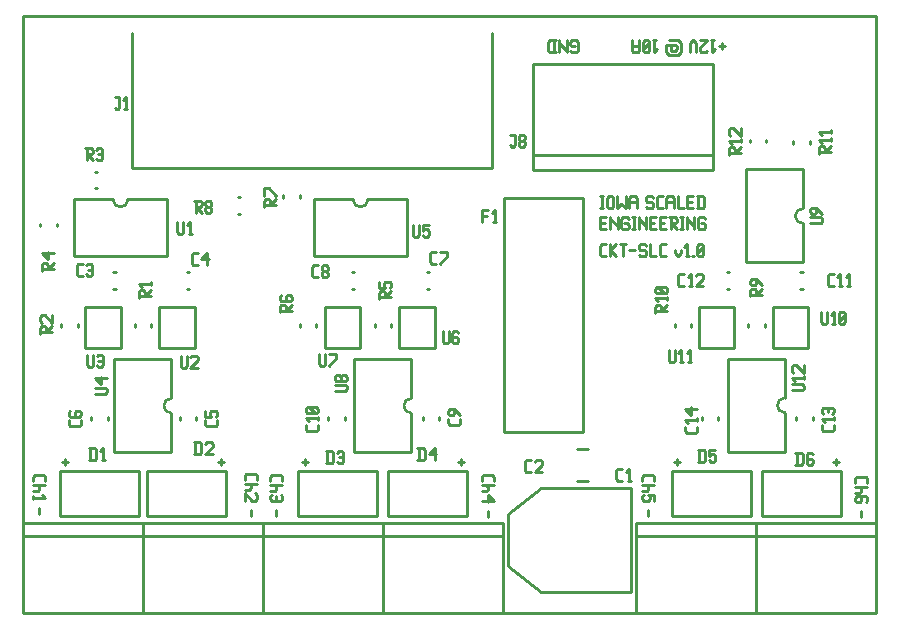
<source format=gbr>
G04 start of page 8 for group -4079 idx -4079 *
G04 Title: (unknown), topsilk *
G04 Creator: pcb 20110918 *
G04 CreationDate: Tue 11 Feb 2014 10:14:15 PM GMT UTC *
G04 For: ndholmes *
G04 Format: Gerber/RS-274X *
G04 PCB-Dimensions: 285500 200000 *
G04 PCB-Coordinate-Origin: lower left *
%MOIN*%
%FSLAX25Y25*%
%LNTOPSILK*%
%ADD78C,0.0100*%
G54D78*X500Y500D02*X284500D01*
Y199500D02*X500D01*
Y500D01*
X284988D02*Y199500D01*
X282500D02*X285000D01*
X283000Y500D02*X285000D01*
X145500Y51000D02*X147500D01*
X146500Y52000D02*Y50000D01*
X93500Y51000D02*X95500D01*
X94500Y52000D02*Y50000D01*
X153500Y46000D02*Y44500D01*
X154000Y46500D02*X153500Y46000D01*
X154000Y46500D02*X157000D01*
X157500Y46000D01*
Y44500D01*
X153500Y43300D02*X157500D01*
X155000D02*X155500Y42800D01*
Y41800D01*
X155000Y41300D01*
X153500D02*X155000D01*
X155500Y40100D02*X157500Y38100D01*
X155500Y40100D02*Y37600D01*
X153500Y38100D02*X157500D01*
X155500Y34600D02*Y32600D01*
X193000Y130500D02*X194500D01*
X193000Y128500D02*X195000D01*
X193000Y132500D02*Y128500D01*
Y132500D02*X195000D01*
X196200D02*Y128500D01*
Y132500D02*Y132000D01*
X198700Y129500D01*
Y132500D02*Y128500D01*
X201900Y132500D02*X202400Y132000D01*
X200400Y132500D02*X201900D01*
X199900Y132000D02*X200400Y132500D01*
X199900Y132000D02*Y129000D01*
X200400Y128500D01*
X201900D01*
X202400Y129000D01*
Y130000D02*Y129000D01*
X201900Y130500D02*X202400Y130000D01*
X200900Y130500D02*X201900D01*
X203600Y132500D02*X204600D01*
X204100D02*Y128500D01*
X203600D02*X204600D01*
X205800Y132500D02*Y128500D01*
Y132500D02*Y132000D01*
X208300Y129500D01*
Y132500D02*Y128500D01*
X209500Y130500D02*X211000D01*
X209500Y128500D02*X211500D01*
X209500Y132500D02*Y128500D01*
Y132500D02*X211500D01*
X212700Y130500D02*X214200D01*
X212700Y128500D02*X214700D01*
X212700Y132500D02*Y128500D01*
Y132500D02*X214700D01*
X215900D02*X217900D01*
X218400Y132000D01*
Y131000D01*
X217900Y130500D02*X218400Y131000D01*
X216400Y130500D02*X217900D01*
X216400Y132500D02*Y128500D01*
Y130500D02*X218400Y128500D01*
X219600Y132500D02*X220600D01*
X220100D02*Y128500D01*
X219600D02*X220600D01*
X221800Y132500D02*Y128500D01*
Y132500D02*Y132000D01*
X224300Y129500D01*
Y132500D02*Y128500D01*
X227500Y132500D02*X228000Y132000D01*
X226000Y132500D02*X227500D01*
X225500Y132000D02*X226000Y132500D01*
X225500Y132000D02*Y129000D01*
X226000Y128500D01*
X227500D01*
X228000Y129000D01*
Y130000D02*Y129000D01*
X227500Y130500D02*X228000Y130000D01*
X226500Y130500D02*X227500D01*
X193000Y139500D02*X194000D01*
X193500D02*Y135500D01*
X193000D02*X194000D01*
X195200Y139000D02*Y136000D01*
Y139000D02*X195700Y139500D01*
X196700D01*
X197200Y139000D01*
Y136000D01*
X196700Y135500D02*X197200Y136000D01*
X195700Y135500D02*X196700D01*
X195200Y136000D02*X195700Y135500D01*
X198400Y139500D02*Y135500D01*
X199900Y137000D01*
X201400Y135500D01*
Y139500D02*Y135500D01*
X202600Y139000D02*Y135500D01*
Y139000D02*X203100Y139500D01*
X204600D01*
X205100Y139000D01*
Y135500D01*
X202600Y137500D02*X205100D01*
X210100Y139500D02*X210600Y139000D01*
X208600Y139500D02*X210100D01*
X208100Y139000D02*X208600Y139500D01*
X208100Y139000D02*Y138000D01*
X208600Y137500D01*
X210100D01*
X210600Y137000D01*
Y136000D01*
X210100Y135500D02*X210600Y136000D01*
X208600Y135500D02*X210100D01*
X208100Y136000D02*X208600Y135500D01*
X212300D02*X213800D01*
X211800Y136000D02*X212300Y135500D01*
X211800Y139000D02*Y136000D01*
Y139000D02*X212300Y139500D01*
X213800D01*
X215000Y139000D02*Y135500D01*
Y139000D02*X215500Y139500D01*
X217000D01*
X217500Y139000D01*
Y135500D01*
X215000Y137500D02*X217500D01*
X218700Y139500D02*Y135500D01*
X220700D01*
X221900Y137500D02*X223400D01*
X221900Y135500D02*X223900D01*
X221900Y139500D02*Y135500D01*
Y139500D02*X223900D01*
X225600D02*Y135500D01*
X227100Y139500D02*X227600Y139000D01*
Y136000D01*
X227100Y135500D02*X227600Y136000D01*
X225100Y135500D02*X227100D01*
X225100Y139500D02*X227100D01*
X183500Y187500D02*X183000Y188000D01*
X183500Y187500D02*X185000D01*
X185500Y188000D02*X185000Y187500D01*
X185500Y191000D02*Y188000D01*
Y191000D02*X185000Y191500D01*
X183500D02*X185000D01*
X183500D02*X183000Y191000D01*
Y190000D01*
X183500Y189500D02*X183000Y190000D01*
X183500Y189500D02*X184500D01*
X181800Y191500D02*Y187500D01*
Y188000D02*Y187500D01*
Y188000D02*X179300Y190500D01*
Y191500D02*Y187500D01*
X177600Y191500D02*Y187500D01*
X176100D02*X175600Y188000D01*
Y191000D02*Y188000D01*
X176100Y191500D02*X175600Y191000D01*
X176100Y191500D02*X178100D01*
X176100Y187500D02*X178100D01*
X193500Y119500D02*X195000D01*
X193000Y120000D02*X193500Y119500D01*
X193000Y123000D02*Y120000D01*
Y123000D02*X193500Y123500D01*
X195000D01*
X196200D02*Y119500D01*
Y121500D02*X198200Y123500D01*
X196200Y121500D02*X198200Y119500D01*
X199400Y123500D02*X201400D01*
X200400D02*Y119500D01*
X202600Y121500D02*X204600D01*
X207800Y123500D02*X208300Y123000D01*
X206300Y123500D02*X207800D01*
X205800Y123000D02*X206300Y123500D01*
X205800Y123000D02*Y122000D01*
X206300Y121500D01*
X207800D01*
X208300Y121000D01*
Y120000D01*
X207800Y119500D02*X208300Y120000D01*
X206300Y119500D02*X207800D01*
X205800Y120000D02*X206300Y119500D01*
X209500Y123500D02*Y119500D01*
X211500D01*
X213200D02*X214700D01*
X212700Y120000D02*X213200Y119500D01*
X212700Y123000D02*Y120000D01*
Y123000D02*X213200Y123500D01*
X214700D01*
X217700Y121500D02*Y120500D01*
X218700Y119500D01*
X219700Y120500D01*
Y121500D02*Y120500D01*
X221400Y119500D02*X222400D01*
X221900Y123500D02*Y119500D01*
X220900Y122500D02*X221900Y123500D01*
X223600Y119500D02*X224100D01*
X225300Y120000D02*X225800Y119500D01*
X225300Y123000D02*Y120000D01*
Y123000D02*X225800Y123500D01*
X226800D01*
X227300Y123000D01*
Y120000D01*
X226800Y119500D02*X227300Y120000D01*
X225800Y119500D02*X226800D01*
X225300Y120500D02*X227300Y122500D01*
X232500Y189500D02*X234500D01*
X233500Y190500D02*Y188500D01*
X229800Y191500D02*X230800D01*
X230300D02*Y187500D01*
X231300Y188500D02*X230300Y187500D01*
X228600Y188000D02*X228100Y187500D01*
X226600D02*X228100D01*
X226600D02*X226100Y188000D01*
Y189000D02*Y188000D01*
X228600Y191500D02*X226100Y189000D01*
Y191500D02*X228600D01*
X224900Y190500D02*Y187500D01*
Y190500D02*X223900Y191500D01*
X222900Y190500D01*
Y187500D01*
X219900Y190500D02*Y187500D01*
Y190500D02*X218900Y191500D01*
X215900D02*X218900D01*
X214900Y190000D02*Y187500D01*
X215900Y186500D01*
X218900D01*
X219900Y187500D01*
X218400Y189500D02*Y188500D01*
Y189500D02*X217900Y190000D01*
X216900D02*X217900D01*
X216900D02*X216400Y189500D01*
X215900Y190000D01*
X216400Y189500D02*Y188000D01*
Y188500D02*X216900Y188000D01*
X217900D01*
X218400Y188500D01*
X214900Y190000D02*X215900D01*
X210400Y191500D02*X211400D01*
X210900D02*Y187500D01*
X211900Y188500D02*X210900Y187500D01*
X209200Y191000D02*X208700Y191500D01*
X209200Y191000D02*Y188000D01*
X208700Y187500D01*
X207700D02*X208700D01*
X207700D02*X207200Y188000D01*
Y191000D02*Y188000D01*
X207700Y191500D02*X207200Y191000D01*
X207700Y191500D02*X208700D01*
X209200Y190500D02*X207200Y188500D01*
X206000Y191500D02*Y188000D01*
X205500Y187500D01*
X204000D02*X205500D01*
X204000D02*X203500Y188000D01*
Y191500D02*Y188000D01*
Y189500D02*X206000D01*
X217500Y51000D02*X219500D01*
X218500Y52000D02*Y50000D01*
X207000Y46000D02*Y44500D01*
X207500Y46500D02*X207000Y46000D01*
X207500Y46500D02*X210500D01*
X211000Y46000D01*
Y44500D01*
X207000Y43300D02*X211000D01*
X208500D02*X209000Y42800D01*
Y41800D01*
X208500Y41300D01*
X207000D02*X208500D01*
X211000Y40100D02*Y38100D01*
X209000Y40100D02*X211000D01*
X209000D02*X209500Y39600D01*
Y38600D01*
X209000Y38100D01*
X207500D02*X209000D01*
X207000Y38600D02*X207500Y38100D01*
X207000Y39600D02*Y38600D01*
X207500Y40100D02*X207000Y39600D01*
X209000Y35100D02*Y33100D01*
X65500Y51000D02*X67500D01*
X66500Y52000D02*Y50000D01*
X83000Y46000D02*Y44500D01*
X83500Y46500D02*X83000Y46000D01*
X83500Y46500D02*X86500D01*
X87000Y46000D01*
Y44500D01*
X83000Y43300D02*X87000D01*
X84500D02*X85000Y42800D01*
Y41800D01*
X84500Y41300D01*
X83000D02*X84500D01*
X86500Y40100D02*X87000Y39600D01*
Y38600D01*
X86500Y38100D01*
X83500D02*X86500D01*
X83000Y38600D02*X83500Y38100D01*
X83000Y39600D02*Y38600D01*
X83500Y40100D02*X83000Y39600D01*
X85000D02*Y38100D01*
Y35100D02*Y33100D01*
X74500Y46500D02*Y45000D01*
X75000Y47000D02*X74500Y46500D01*
X75000Y47000D02*X78000D01*
X78500Y46500D01*
Y45000D01*
X74500Y43800D02*X78500D01*
X76000D02*X76500Y43300D01*
Y42300D01*
X76000Y41800D01*
X74500D02*X76000D01*
X78000Y40600D02*X78500Y40100D01*
Y38600D01*
X78000Y38100D01*
X77000D02*X78000D01*
X74500Y40600D02*X77000Y38100D01*
X74500Y40600D02*Y38100D01*
X76500Y35100D02*Y33100D01*
X13500Y51000D02*X15500D01*
X14500Y52000D02*Y50000D01*
X4000Y46000D02*Y44500D01*
X4500Y46500D02*X4000Y46000D01*
X4500Y46500D02*X7500D01*
X8000Y46000D01*
Y44500D01*
X4000Y43300D02*X8000D01*
X5500D02*X6000Y42800D01*
Y41800D01*
X5500Y41300D01*
X4000D02*X5500D01*
X4000Y39600D02*Y38600D01*
Y39100D02*X8000D01*
X7000Y40100D02*X8000Y39100D01*
X6000Y35600D02*Y33600D01*
X270500Y51000D02*X272500D01*
X271500Y52000D02*Y50000D01*
X278000Y45500D02*Y44000D01*
X278500Y46000D02*X278000Y45500D01*
X278500Y46000D02*X281500D01*
X282000Y45500D01*
Y44000D01*
X278000Y42800D02*X282000D01*
X279500D02*X280000Y42300D01*
Y41300D01*
X279500Y40800D01*
X278000D02*X279500D01*
X282000Y38100D02*X281500Y37600D01*
X282000Y39100D02*Y38100D01*
X281500Y39600D02*X282000Y39100D01*
X278500Y39600D02*X281500D01*
X278500D02*X278000Y39100D01*
X280000Y38100D02*X279500Y37600D01*
X280000Y39600D02*Y38100D01*
X278000Y39100D02*Y38100D01*
X278500Y37600D01*
X279500D01*
X280000Y34600D02*Y32600D01*
X72107Y133745D02*X72893D01*
X72107Y139255D02*X72893D01*
X6245Y130393D02*Y129607D01*
X11755Y130393D02*Y129607D01*
X24564Y147755D02*X25350D01*
X24564Y142245D02*X25350D01*
X110107Y114255D02*X110893D01*
X110107Y108745D02*X110893D01*
X135107Y114255D02*X135893D01*
X135107Y108745D02*X135893D01*
X111000Y85250D02*X130000D01*
X111000D02*Y54250D01*
X130000D01*
Y85250D02*Y72250D01*
Y67250D02*Y54250D01*
Y72250D02*G75*G03X130000Y67250I0J-2500D01*G01*
X160750Y139000D02*Y61000D01*
X187250Y139000D02*Y61000D01*
X160750Y139000D02*X187250D01*
X160750Y61000D02*X187250D01*
X13245Y96936D02*Y96150D01*
X18755Y96936D02*Y96150D01*
X31000Y85250D02*X50000D01*
X31000D02*Y54250D01*
X50000D01*
Y85250D02*Y72250D01*
Y67250D02*Y54250D01*
Y72250D02*G75*G03X50000Y67250I0J-2500D01*G01*
X45950Y102800D02*Y88900D01*
X57750D01*
Y102800D02*Y88900D01*
X45950Y102800D02*X57750D01*
X28755Y65893D02*Y65107D01*
X23245Y65893D02*Y65107D01*
X21300Y102800D02*Y88900D01*
X33100D01*
Y102800D02*Y88900D01*
X21300Y102800D02*X33100D01*
X37745Y96850D02*Y96064D01*
X43255Y96850D02*Y96064D01*
X17500Y138500D02*Y119500D01*
X48500D01*
Y138500D02*Y119500D01*
X17500Y138500D02*X30500D01*
X35500D02*X48500D01*
X30500D02*G75*G03X35500Y138500I2500J0D01*G01*
X55064Y114255D02*X55850D01*
X55064Y108745D02*X55850D01*
X30607Y114255D02*X31393D01*
X30607Y108745D02*X31393D01*
X97500Y138500D02*Y119500D01*
X128500D01*
Y138500D01*
X97500D02*X110500D01*
X128500D02*X115500D01*
X110500D02*G75*G03X115500Y138500I2500J0D01*G01*
X37000Y194000D02*Y149000D01*
X157000Y194000D02*Y149000D01*
X37000D02*X157000D01*
X87245Y139893D02*Y139107D01*
X92755Y139893D02*Y139107D01*
X217745Y96893D02*Y96107D01*
X223255Y96893D02*Y96107D01*
X232255Y65893D02*Y65107D01*
X226745Y65893D02*Y65107D01*
X225700Y102800D02*Y88900D01*
X237500D01*
Y102800D02*Y88900D01*
X225700Y102800D02*X237500D01*
X235500Y85400D02*X254500D01*
X235500D02*Y54400D01*
X254500D01*
Y85400D02*Y72400D01*
Y67400D02*Y54400D01*
Y72400D02*G75*G03X254500Y67400I0J-2500D01*G01*
X216812Y47980D02*X243188D01*
Y33020D01*
X216812D02*X243188D01*
X216812Y47980D02*Y33020D01*
X242288Y96850D02*Y96064D01*
X247798Y96850D02*Y96064D01*
X259607Y114255D02*X260393D01*
X259607Y108745D02*X260393D01*
X263755Y65936D02*Y65150D01*
X258245Y65936D02*Y65150D01*
X250500Y102800D02*Y88900D01*
X262300D01*
Y102800D02*Y88900D01*
X250500Y102800D02*X262300D01*
X246812Y33020D02*X273188D01*
X246812Y47980D02*Y33020D01*
Y47980D02*X273188D01*
Y33020D01*
X245000Y700D02*X285000D01*
X245000Y30700D02*X285000D01*
X245000Y26300D02*X285000D01*
X245000Y30700D02*Y700D01*
X285000Y30700D02*Y700D01*
X205000D02*X245000D01*
X205000Y30700D02*X245000D01*
X205000Y26300D02*X245000D01*
X205000Y30700D02*Y700D01*
X245000Y30700D02*Y700D01*
X139255Y65893D02*Y65107D01*
X133745Y65893D02*Y65107D01*
X92312Y47980D02*X118688D01*
Y33020D01*
X92312D02*X118688D01*
X92312Y47980D02*Y33020D01*
X107755Y65893D02*Y65107D01*
X102245Y65893D02*Y65107D01*
X148688Y33020D02*X122312D01*
Y47980D01*
X148688D01*
Y33020D01*
X500Y700D02*X40500D01*
X500Y30700D02*X40500D01*
X500Y26300D02*X40500D01*
X500Y30700D02*Y700D01*
X40500Y30700D02*Y700D01*
X12812Y47980D02*X39188D01*
Y33020D01*
X12812D02*X39188D01*
X12812Y47980D02*Y33020D01*
X68188D02*X41812D01*
Y47980D01*
X68188D01*
Y33020D01*
X40500Y700D02*X80500D01*
X40500Y30700D02*X80500D01*
X40500Y26300D02*X80500D01*
X40500Y30700D02*Y700D01*
X80500Y30700D02*Y700D01*
X58255Y65893D02*Y65107D01*
X52745Y65893D02*Y65107D01*
X92831Y96850D02*Y96064D01*
X98341Y96850D02*Y96064D01*
X101200Y102800D02*Y88900D01*
X113000D01*
Y102800D02*Y88900D01*
X101200Y102800D02*X113000D01*
X125950D02*Y88900D01*
X137750D01*
Y102800D02*Y88900D01*
X125950Y102800D02*X137750D01*
X117745Y96936D02*Y96150D01*
X123255Y96936D02*Y96150D01*
X80500Y700D02*X120500D01*
X80500Y30700D02*X120500D01*
X80500Y26300D02*X120500D01*
X80500Y30700D02*Y700D01*
X120500Y30700D02*Y700D01*
X160500D01*
X120500Y30700D02*X160500D01*
X120500Y26300D02*X160500D01*
X120500Y30700D02*Y700D01*
X160500Y30700D02*Y700D01*
X162350Y33600D02*X173250Y42300D01*
X203150D01*
Y7700D01*
X173250D02*X203150D01*
X173250D02*X162350Y16400D01*
Y33600D02*Y16400D01*
X185032Y55314D02*X188968D01*
X185032Y44686D02*X188968D01*
X235064Y114255D02*X235850D01*
X235064Y108745D02*X235850D01*
X241500Y148500D02*X260500D01*
X241500D02*Y117500D01*
X260500D01*
Y148500D02*Y135500D01*
Y130500D02*Y117500D01*
Y135500D02*G75*G03X260500Y130500I0J-2500D01*G01*
X242745Y158393D02*Y157607D01*
X248255Y158393D02*Y157607D01*
X257245Y157893D02*Y157107D01*
X262755Y157893D02*Y157107D01*
X170500Y183700D02*X230500D01*
X170500Y148300D02*X230500D01*
X170500Y153200D02*X230500D01*
Y183700D02*Y148300D01*
X170500Y183700D02*Y148300D01*
X57565Y138150D02*X59565D01*
X60065Y137650D01*
Y136650D01*
X59565Y136150D02*X60065Y136650D01*
X58065Y136150D02*X59565D01*
X58065Y138150D02*Y134150D01*
Y136150D02*X60065Y134150D01*
X61265Y134650D02*X61765Y134150D01*
X61265Y135650D02*Y134650D01*
Y135650D02*X61765Y136150D01*
X62765D01*
X63265Y135650D01*
Y134650D01*
X62765Y134150D02*X63265Y134650D01*
X61765Y134150D02*X62765D01*
X61265Y136650D02*X61765Y136150D01*
X61265Y137650D02*Y136650D01*
Y137650D02*X61765Y138150D01*
X62765D01*
X63265Y137650D01*
Y136650D01*
X62765Y136150D02*X63265Y136650D01*
X39100Y107793D02*Y105793D01*
Y107793D02*X39600Y108293D01*
X40600D01*
X41100Y107793D02*X40600Y108293D01*
X41100Y107793D02*Y106293D01*
X39100D02*X43100D01*
X41100D02*X43100Y108293D01*
Y110993D02*Y109993D01*
X39100Y110493D02*X43100D01*
X40100Y109493D02*X39100Y110493D01*
X52000Y131000D02*Y127500D01*
X52500Y127000D01*
X53500D01*
X54000Y127500D01*
Y131000D02*Y127500D01*
X55700Y127000D02*X56700D01*
X56200Y131000D02*Y127000D01*
X55200Y130000D02*X56200Y131000D01*
X57264Y116650D02*X58764D01*
X56764Y117150D02*X57264Y116650D01*
X56764Y120150D02*Y117150D01*
Y120150D02*X57264Y120650D01*
X58764D01*
X59964Y118650D02*X61964Y120650D01*
X59964Y118650D02*X62464D01*
X61964Y120650D02*Y116650D01*
X6350Y95678D02*Y93678D01*
Y95678D02*X6850Y96178D01*
X7850D01*
X8350Y95678D02*X7850Y96178D01*
X8350Y95678D02*Y94178D01*
X6350D02*X10350D01*
X8350D02*X10350Y96178D01*
X6850Y97378D02*X6350Y97878D01*
Y99378D02*Y97878D01*
Y99378D02*X6850Y99878D01*
X7850D01*
X10350Y97378D02*X7850Y99878D01*
X10350D02*Y97378D01*
X24500Y73750D02*X28000D01*
X28500Y74250D01*
Y75250D02*Y74250D01*
Y75250D02*X28000Y75750D01*
X24500D02*X28000D01*
X26500Y76950D02*X24500Y78950D01*
X26500Y79450D02*Y76950D01*
X24500Y78950D02*X28500D01*
X53050Y86400D02*Y82900D01*
X53550Y82400D01*
X54550D01*
X55050Y82900D01*
Y86400D02*Y82900D01*
X56250Y85900D02*X56750Y86400D01*
X58250D01*
X58750Y85900D01*
Y84900D01*
X56250Y82400D02*X58750Y84900D01*
X56250Y82400D02*X58750D01*
X21950Y86750D02*Y83250D01*
X22450Y82750D01*
X23450D01*
X23950Y83250D01*
Y86750D02*Y83250D01*
X25150Y86250D02*X25650Y86750D01*
X26650D01*
X27150Y86250D01*
Y83250D01*
X26650Y82750D02*X27150Y83250D01*
X25650Y82750D02*X26650D01*
X25150Y83250D02*X25650Y82750D01*
Y84750D02*X27150D01*
X65350Y64936D02*Y63436D01*
X64850Y62936D02*X65350Y63436D01*
X61850Y62936D02*X64850D01*
X61850D02*X61350Y63436D01*
Y64936D02*Y63436D01*
Y68136D02*Y66136D01*
X63350D01*
X62850Y66636D01*
Y67636D02*Y66636D01*
Y67636D02*X63350Y68136D01*
X64850D01*
X65350Y67636D02*X64850Y68136D01*
X65350Y67636D02*Y66636D01*
X64850Y66136D02*X65350Y66636D01*
X19850Y64850D02*Y63350D01*
X19350Y62850D02*X19850Y63350D01*
X16350Y62850D02*X19350D01*
X16350D02*X15850Y63350D01*
Y64850D02*Y63350D01*
Y67550D02*X16350Y68050D01*
X15850Y67550D02*Y66550D01*
X16350Y66050D02*X15850Y66550D01*
X16350Y66050D02*X19350D01*
X19850Y66550D01*
X17850Y67550D02*X18350Y68050D01*
X17850Y67550D02*Y66050D01*
X19850Y67550D02*Y66550D01*
Y67550D02*X19350Y68050D01*
X18350D02*X19350D01*
X31157Y172500D02*X32657D01*
Y169000D01*
X32157Y168500D02*X32657Y169000D01*
X31657Y168500D02*X32157D01*
X31157Y169000D02*X31657Y168500D01*
X34357D02*X35357D01*
X34857Y172500D02*Y168500D01*
X33857Y171500D02*X34857Y172500D01*
X6850Y116807D02*Y114807D01*
Y116807D02*X7350Y117307D01*
X8350D01*
X8850Y116807D02*X8350Y117307D01*
X8850Y116807D02*Y115307D01*
X6850D02*X10850D01*
X8850D02*X10850Y117307D01*
X8850Y118507D02*X6850Y120507D01*
X8850Y121007D02*Y118507D01*
X6850Y120507D02*X10850D01*
X21264Y155650D02*X23264D01*
X23764Y155150D01*
Y154150D01*
X23264Y153650D02*X23764Y154150D01*
X21764Y153650D02*X23264D01*
X21764Y155650D02*Y151650D01*
Y153650D02*X23764Y151650D01*
X24964Y155150D02*X25464Y155650D01*
X26464D01*
X26964Y155150D01*
Y152150D01*
X26464Y151650D02*X26964Y152150D01*
X25464Y151650D02*X26464D01*
X24964Y152150D02*X25464Y151650D01*
Y153650D02*X26964D01*
X18893Y113150D02*X20393D01*
X18393Y113650D02*X18893Y113150D01*
X18393Y116650D02*Y113650D01*
Y116650D02*X18893Y117150D01*
X20393D01*
X21593Y116650D02*X22093Y117150D01*
X23093D01*
X23593Y116650D01*
Y113650D01*
X23093Y113150D02*X23593Y113650D01*
X22093Y113150D02*X23093D01*
X21593Y113650D02*X22093Y113150D01*
Y115150D02*X23593D01*
X211350Y102807D02*Y100807D01*
Y102807D02*X211850Y103307D01*
X212850D01*
X213350Y102807D02*X212850Y103307D01*
X213350Y102807D02*Y101307D01*
X211350D02*X215350D01*
X213350D02*X215350Y103307D01*
Y106007D02*Y105007D01*
X211350Y105507D02*X215350D01*
X212350Y104507D02*X211350Y105507D01*
X214850Y107207D02*X215350Y107707D01*
X211850Y107207D02*X214850D01*
X211850D02*X211350Y107707D01*
Y108707D02*Y107707D01*
Y108707D02*X211850Y109207D01*
X214850D01*
X215350Y108707D02*X214850Y109207D01*
X215350Y108707D02*Y107707D01*
X214350Y107207D02*X212350Y109207D01*
X242893Y108264D02*Y106264D01*
Y108264D02*X243393Y108764D01*
X244393D01*
X244893Y108264D02*X244393Y108764D01*
X244893Y108264D02*Y106764D01*
X242893D02*X246893D01*
X244893D02*X246893Y108764D01*
Y109964D02*X244893Y111964D01*
X243393D02*X244893D01*
X242893Y111464D02*X243393Y111964D01*
X242893Y111464D02*Y110464D01*
X243393Y109964D02*X242893Y110464D01*
X243393Y109964D02*X244393D01*
X244893Y110464D01*
Y111964D02*Y110464D01*
X215800Y88300D02*Y84800D01*
X216300Y84300D01*
X217300D01*
X217800Y84800D01*
Y88300D02*Y84800D01*
X219500Y84300D02*X220500D01*
X220000Y88300D02*Y84300D01*
X219000Y87300D02*X220000Y88300D01*
X222200Y84300D02*X223200D01*
X222700Y88300D02*Y84300D01*
X221700Y87300D02*X222700Y88300D01*
X225350Y62807D02*Y61307D01*
X224850Y60807D02*X225350Y61307D01*
X221850Y60807D02*X224850D01*
X221850D02*X221350Y61307D01*
Y62807D02*Y61307D01*
X225350Y65507D02*Y64507D01*
X221350Y65007D02*X225350D01*
X222350Y64007D02*X221350Y65007D01*
X223350Y66707D02*X221350Y68707D01*
X223350Y69207D02*Y66707D01*
X221350Y68707D02*X225350D01*
X269307Y109650D02*X270807D01*
X268807Y110150D02*X269307Y109650D01*
X268807Y113150D02*Y110150D01*
Y113150D02*X269307Y113650D01*
X270807D01*
X272507Y109650D02*X273507D01*
X273007Y113650D02*Y109650D01*
X272007Y112650D02*X273007Y113650D01*
X275207Y109650D02*X276207D01*
X275707Y113650D02*Y109650D01*
X274707Y112650D02*X275707Y113650D01*
X270850Y63264D02*Y61764D01*
X270350Y61264D02*X270850Y61764D01*
X267350Y61264D02*X270350D01*
X267350D02*X266850Y61764D01*
Y63264D02*Y61764D01*
X270850Y65964D02*Y64964D01*
X266850Y65464D02*X270850D01*
X267850Y64464D02*X266850Y65464D01*
X267350Y67164D02*X266850Y67664D01*
Y68664D02*Y67664D01*
Y68664D02*X267350Y69164D01*
X270350D01*
X270850Y68664D02*X270350Y69164D01*
X270850Y68664D02*Y67664D01*
X270350Y67164D02*X270850Y67664D01*
X268850Y69164D02*Y67664D01*
X256800Y74900D02*X260300D01*
X260800Y75400D01*
Y76400D02*Y75400D01*
Y76400D02*X260300Y76900D01*
X256800D02*X260300D01*
X260800Y79600D02*Y78600D01*
X256800Y79100D02*X260800D01*
X257800Y78100D02*X256800Y79100D01*
X257300Y80800D02*X256800Y81300D01*
Y82800D02*Y81300D01*
Y82800D02*X257300Y83300D01*
X258300D01*
X260800Y80800D02*X258300Y83300D01*
X260800D02*Y80800D01*
X266600Y101000D02*Y97500D01*
X267100Y97000D01*
X268100D01*
X268600Y97500D01*
Y101000D02*Y97500D01*
X270300Y97000D02*X271300D01*
X270800Y101000D02*Y97000D01*
X269800Y100000D02*X270800Y101000D01*
X272500Y97500D02*X273000Y97000D01*
X272500Y100500D02*Y97500D01*
Y100500D02*X273000Y101000D01*
X274000D01*
X274500Y100500D01*
Y97500D01*
X274000Y97000D02*X274500Y97500D01*
X273000Y97000D02*X274000D01*
X272500Y98000D02*X274500Y100000D01*
X198850Y44800D02*X200350D01*
X198350Y45300D02*X198850Y44800D01*
X198350Y48300D02*Y45300D01*
Y48300D02*X198850Y48800D01*
X200350D01*
X202050Y44800D02*X203050D01*
X202550Y48800D02*Y44800D01*
X201550Y47800D02*X202550Y48800D01*
X226000Y55000D02*Y51000D01*
X227500Y55000D02*X228000Y54500D01*
Y51500D01*
X227500Y51000D02*X228000Y51500D01*
X225500Y51000D02*X227500D01*
X225500Y55000D02*X227500D01*
X229200D02*X231200D01*
X229200D02*Y53000D01*
X229700Y53500D01*
X230700D01*
X231200Y53000D01*
Y51500D01*
X230700Y51000D02*X231200Y51500D01*
X229700Y51000D02*X230700D01*
X229200Y51500D02*X229700Y51000D01*
X219350Y109650D02*X220850D01*
X218850Y110150D02*X219350Y109650D01*
X218850Y113150D02*Y110150D01*
Y113150D02*X219350Y113650D01*
X220850D01*
X222550Y109650D02*X223550D01*
X223050Y113650D02*Y109650D01*
X222050Y112650D02*X223050Y113650D01*
X224750Y113150D02*X225250Y113650D01*
X226750D01*
X227250Y113150D01*
Y112150D01*
X224750Y109650D02*X227250Y112150D01*
X224750Y109650D02*X227250D01*
X235764Y155350D02*Y153350D01*
Y155350D02*X236264Y155850D01*
X237264D01*
X237764Y155350D02*X237264Y155850D01*
X237764Y155350D02*Y153850D01*
X235764D02*X239764D01*
X237764D02*X239764Y155850D01*
Y158550D02*Y157550D01*
X235764Y158050D02*X239764D01*
X236764Y157050D02*X235764Y158050D01*
X236264Y159750D02*X235764Y160250D01*
Y161750D02*Y160250D01*
Y161750D02*X236264Y162250D01*
X237264D01*
X239764Y159750D02*X237264Y162250D01*
X239764D02*Y159750D01*
X258500Y54000D02*Y50000D01*
X260000Y54000D02*X260500Y53500D01*
Y50500D01*
X260000Y50000D02*X260500Y50500D01*
X258000Y50000D02*X260000D01*
X258000Y54000D02*X260000D01*
X263200D02*X263700Y53500D01*
X262200Y54000D02*X263200D01*
X261700Y53500D02*X262200Y54000D01*
X261700Y53500D02*Y50500D01*
X262200Y50000D01*
X263200Y52000D02*X263700Y51500D01*
X261700Y52000D02*X263200D01*
X262200Y50000D02*X263200D01*
X263700Y50500D01*
Y51500D02*Y50500D01*
X263000Y130500D02*X266500D01*
X267000Y131000D01*
Y132000D02*Y131000D01*
Y132000D02*X266500Y132500D01*
X263000D02*X266500D01*
X267000Y133700D02*X265000Y135700D01*
X263500D02*X265000D01*
X263000Y135200D02*X263500Y135700D01*
X263000Y135200D02*Y134200D01*
X263500Y133700D02*X263000Y134200D01*
X263500Y133700D02*X264500D01*
X265000Y134200D01*
Y135700D02*Y134200D01*
X265850Y155764D02*Y153764D01*
Y155764D02*X266350Y156264D01*
X267350D01*
X267850Y155764D02*X267350Y156264D01*
X267850Y155764D02*Y154264D01*
X265850D02*X269850D01*
X267850D02*X269850Y156264D01*
Y158964D02*Y157964D01*
X265850Y158464D02*X269850D01*
X266850Y157464D02*X265850Y158464D01*
X269850Y161664D02*Y160664D01*
X265850Y161164D02*X269850D01*
X266850Y160164D02*X265850Y161164D01*
X86039Y102871D02*Y100871D01*
Y102871D02*X86539Y103371D01*
X87539D01*
X88039Y102871D02*X87539Y103371D01*
X88039Y102871D02*Y101371D01*
X86039D02*X90039D01*
X88039D02*X90039Y103371D01*
X86039Y106071D02*X86539Y106571D01*
X86039Y106071D02*Y105071D01*
X86539Y104571D02*X86039Y105071D01*
X86539Y104571D02*X89539D01*
X90039Y105071D01*
X88039Y106071D02*X88539Y106571D01*
X88039Y106071D02*Y104571D01*
X90039Y106071D02*Y105071D01*
Y106071D02*X89539Y106571D01*
X88539D02*X89539D01*
X98850Y63307D02*Y61807D01*
X98350Y61307D02*X98850Y61807D01*
X95350Y61307D02*X98350D01*
X95350D02*X94850Y61807D01*
Y63307D02*Y61807D01*
X98850Y66007D02*Y65007D01*
X94850Y65507D02*X98850D01*
X95850Y64507D02*X94850Y65507D01*
X98350Y67207D02*X98850Y67707D01*
X95350Y67207D02*X98350D01*
X95350D02*X94850Y67707D01*
Y68707D02*Y67707D01*
Y68707D02*X95350Y69207D01*
X98350D01*
X98850Y68707D02*X98350Y69207D01*
X98850Y68707D02*Y67707D01*
X97850Y67207D02*X95850Y69207D01*
X81000Y138000D02*Y136000D01*
Y138000D02*X81500Y138500D01*
X82500D01*
X83000Y138000D02*X82500Y138500D01*
X83000Y138000D02*Y136500D01*
X81000D02*X85000D01*
X83000D02*X85000Y138500D01*
Y139700D02*X82500Y142200D01*
X81000D02*X82500D01*
X81000D02*Y139700D01*
X97393Y112650D02*X98893D01*
X96893Y113150D02*X97393Y112650D01*
X96893Y116150D02*Y113150D01*
Y116150D02*X97393Y116650D01*
X98893D01*
X100093Y113150D02*X100593Y112650D01*
X100093Y114150D02*Y113150D01*
Y114150D02*X100593Y114650D01*
X101593D01*
X102093Y114150D01*
Y113150D01*
X101593Y112650D02*X102093Y113150D01*
X100593Y112650D02*X101593D01*
X100093Y115150D02*X100593Y114650D01*
X100093Y116150D02*Y115150D01*
Y116150D02*X100593Y116650D01*
X101593D01*
X102093Y116150D01*
Y115150D01*
X101593Y114650D02*X102093Y115150D01*
X99300Y87000D02*Y83500D01*
X99800Y83000D01*
X100800D01*
X101300Y83500D01*
Y87000D02*Y83500D01*
X102500Y83000D02*X105000Y85500D01*
Y87000D02*Y85500D01*
X102500Y87000D02*X105000D01*
X102000Y54500D02*Y50500D01*
X103500Y54500D02*X104000Y54000D01*
Y51000D01*
X103500Y50500D02*X104000Y51000D01*
X101500Y50500D02*X103500D01*
X101500Y54500D02*X103500D01*
X105200Y54000D02*X105700Y54500D01*
X106700D01*
X107200Y54000D01*
Y51000D01*
X106700Y50500D02*X107200Y51000D01*
X105700Y50500D02*X106700D01*
X105200Y51000D02*X105700Y50500D01*
Y52500D02*X107200D01*
X23000Y55500D02*Y51500D01*
X24500Y55500D02*X25000Y55000D01*
Y52000D01*
X24500Y51500D02*X25000Y52000D01*
X22500Y51500D02*X24500D01*
X22500Y55500D02*X24500D01*
X26700Y51500D02*X27700D01*
X27200Y55500D02*Y51500D01*
X26200Y54500D02*X27200Y55500D01*
X104500Y74750D02*X108000D01*
X108500Y75250D01*
Y76250D02*Y75250D01*
Y76250D02*X108000Y76750D01*
X104500D02*X108000D01*
Y77950D02*X108500Y78450D01*
X107000Y77950D02*X108000D01*
X107000D02*X106500Y78450D01*
Y79450D02*Y78450D01*
Y79450D02*X107000Y79950D01*
X108000D01*
X108500Y79450D02*X108000Y79950D01*
X108500Y79450D02*Y78450D01*
X106000Y77950D02*X106500Y78450D01*
X105000Y77950D02*X106000D01*
X105000D02*X104500Y78450D01*
Y79450D02*Y78450D01*
Y79450D02*X105000Y79950D01*
X106000D01*
X106500Y79450D02*X106000Y79950D01*
X58000Y57500D02*Y53500D01*
X59500Y57500D02*X60000Y57000D01*
Y54000D01*
X59500Y53500D02*X60000Y54000D01*
X57500Y53500D02*X59500D01*
X57500Y57500D02*X59500D01*
X61200Y57000D02*X61700Y57500D01*
X63200D01*
X63700Y57000D01*
Y56000D01*
X61200Y53500D02*X63700Y56000D01*
X61200Y53500D02*X63700D01*
X132500Y55500D02*Y51500D01*
X134000Y55500D02*X134500Y55000D01*
Y52000D01*
X134000Y51500D02*X134500Y52000D01*
X132000Y51500D02*X134000D01*
X132000Y55500D02*X134000D01*
X135700Y53500D02*X137700Y55500D01*
X135700Y53500D02*X138200D01*
X137700Y55500D02*Y51500D01*
X136807Y117150D02*X138307D01*
X136307Y117650D02*X136807Y117150D01*
X136307Y120650D02*Y117650D01*
Y120650D02*X136807Y121150D01*
X138307D01*
X139507Y117150D02*X142007Y119650D01*
Y121150D02*Y119650D01*
X139507Y121150D02*X142007D01*
X146350Y65436D02*Y63936D01*
X145850Y63436D02*X146350Y63936D01*
X142850Y63436D02*X145850D01*
X142850D02*X142350Y63936D01*
Y65436D02*Y63936D01*
X146350Y66636D02*X144350Y68636D01*
X142850D02*X144350D01*
X142350Y68136D02*X142850Y68636D01*
X142350Y68136D02*Y67136D01*
X142850Y66636D02*X142350Y67136D01*
X142850Y66636D02*X143850D01*
X144350Y67136D01*
Y68636D02*Y67136D01*
X140438Y94507D02*Y91007D01*
X140938Y90507D01*
X141938D01*
X142438Y91007D01*
Y94507D02*Y91007D01*
X145138Y94507D02*X145638Y94007D01*
X144138Y94507D02*X145138D01*
X143638Y94007D02*X144138Y94507D01*
X143638Y94007D02*Y91007D01*
X144138Y90507D01*
X145138Y92507D02*X145638Y92007D01*
X143638Y92507D02*X145138D01*
X144138Y90507D02*X145138D01*
X145638Y91007D01*
Y92007D02*Y91007D01*
X119350Y107436D02*Y105436D01*
Y107436D02*X119850Y107936D01*
X120850D01*
X121350Y107436D02*X120850Y107936D01*
X121350Y107436D02*Y105936D01*
X119350D02*X123350D01*
X121350D02*X123350Y107936D01*
X119350Y111136D02*Y109136D01*
X121350D01*
X120850Y109636D01*
Y110636D02*Y109636D01*
Y110636D02*X121350Y111136D01*
X122850D01*
X123350Y110636D02*X122850Y111136D01*
X123350Y110636D02*Y109636D01*
X122850Y109136D02*X123350Y109636D01*
X130500Y130000D02*Y126500D01*
X131000Y126000D01*
X132000D01*
X132500Y126500D01*
Y130000D02*Y126500D01*
X133700Y130000D02*X135700D01*
X133700D02*Y128000D01*
X134200Y128500D01*
X135200D01*
X135700Y128000D01*
Y126500D01*
X135200Y126000D02*X135700Y126500D01*
X134200Y126000D02*X135200D01*
X133700Y126500D02*X134200Y126000D01*
X153657Y135000D02*Y131000D01*
Y135000D02*X155657D01*
X153657Y133000D02*X155157D01*
X157357Y131000D02*X158357D01*
X157857Y135000D02*Y131000D01*
X156857Y134000D02*X157857Y135000D01*
X163000Y160000D02*X164500D01*
Y156500D01*
X164000Y156000D02*X164500Y156500D01*
X163500Y156000D02*X164000D01*
X163000Y156500D02*X163500Y156000D01*
X165700Y156500D02*X166200Y156000D01*
X165700Y157500D02*Y156500D01*
Y157500D02*X166200Y158000D01*
X167200D01*
X167700Y157500D01*
Y156500D01*
X167200Y156000D02*X167700Y156500D01*
X166200Y156000D02*X167200D01*
X165700Y158500D02*X166200Y158000D01*
X165700Y159500D02*Y158500D01*
Y159500D02*X166200Y160000D01*
X167200D01*
X167700Y159500D01*
Y158500D01*
X167200Y158000D02*X167700Y158500D01*
X168350Y47650D02*X169850D01*
X167850Y48150D02*X168350Y47650D01*
X167850Y51150D02*Y48150D01*
Y51150D02*X168350Y51650D01*
X169850D01*
X171050Y51150D02*X171550Y51650D01*
X173050D01*
X173550Y51150D01*
Y50150D01*
X171050Y47650D02*X173550Y50150D01*
X171050Y47650D02*X173550D01*
M02*

</source>
